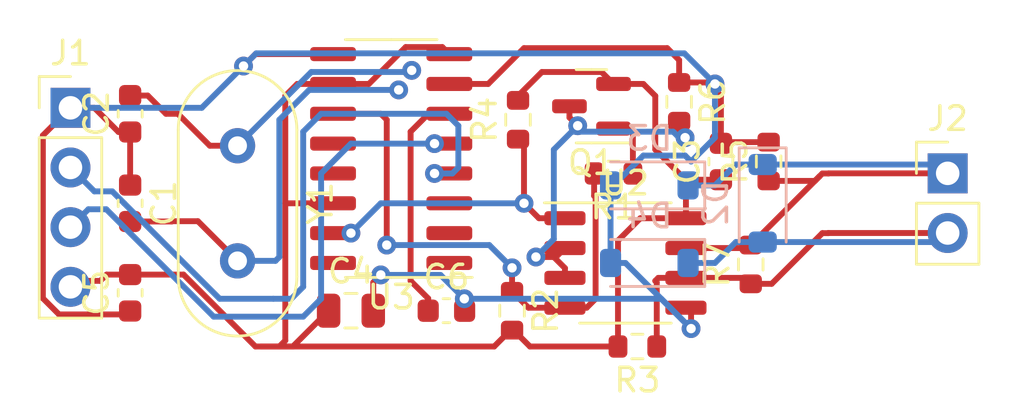
<source format=kicad_pcb>
(kicad_pcb (version 20221018) (generator pcbnew)
  (layers (0 "F.Cu" signal) (31 "B.Cu" signal) (34 "B.Paste" user) (35 "F.Paste" user) (36 "B.SilkS" user "B.Silkscreen") (37 "F.SilkS" user "F.Silkscreen") (38 "B.Mask" user) (39 "F.Mask" user) (44 "Edge.Cuts" user))
  (net 0 "")
  (net 1 "GND")
  (net 2 "Net-(C1-Pad2)")
  (net 3 "Net-(J1-Pin_2)")
  (net 4 "Net-(J1-Pin_3)")
  (net 5 "Net-(U2-RO)")
  (net 12 "Net-(Q1-C)")
  (net 13 "Net-(C2-Pad2)")
  (net 14 "Net-(Q1-B)")
  (net 15 "Net-(U2-DI)")
  (net 16 "+5V")
  (net 17 "Net-(D2-A1)")
  (net 18 "Net-(D2-A2)")
  (net 19 "Net-(U3-D-)")
  (footprint "Resistor_SMD:R_0603_1608Metric" (layer "F.Cu") (at 159.258 84.836 -90)
    (fp_text reference "R6" (at 0 -1.43 90) (layer "F.SilkS"))
    (fp_text value "20K")
    (fp_line (start -0.237258 -0.5225) (end 0.237258 -0.5225) (stroke (width 0.12)) (layer "F.SilkS"))
    (fp_line (start -0.237258 0.5225) (end 0.237258 0.5225) (stroke (width 0.12)) (layer "F.SilkS"))
    (pad "1" smd roundrect (at -0.825 0 270) (size 0.8 0.95) (layers "F.Cu" "F.Paste" "F.Mask") (net 1 "GND"))
    (pad "2" smd roundrect (at 0.825 0 270) (size 0.8 0.95) (layers "F.Cu" "F.Paste" "F.Mask") (net 12 "Net-(Q1-C)"))
  )
  (footprint "Package_SO:SOIC-16_3.9x9.9mm_P1.27mm" (layer "F.Cu") (at 147.001 87.249 180)
    (fp_text reference "U3" (at 0 -5.9) (layer "F.SilkS"))
    (fp_text value "CH340G")
    (fp_line (start 0 -5.06) (end -3.45 -5.06) (stroke (width 0.12)) (layer "F.SilkS"))
    (fp_line (start 0 -5.06) (end 1.95 -5.06) (stroke (width 0.12)) (layer "F.SilkS"))
    (fp_line (start 0 5.06) (end -1.95 5.06) (stroke (width 0.12)) (layer "F.SilkS"))
    (fp_line (start 0 5.06) (end 1.95 5.06) (stroke (width 0.12)) (layer "F.SilkS"))
    (pad "1" smd roundrect (at -2.475 -4.445 180) (size 1.95 0.6) (layers "F.Cu" "F.Paste" "F.Mask"))
    (pad "2" smd roundrect (at -2.475 -3.175 180) (size 1.95 0.6) (layers "F.Cu" "F.Paste" "F.Mask"))
    (pad "3" smd roundrect (at -2.475 -1.905 180) (size 1.95 0.6) (layers "F.Cu" "F.Paste" "F.Mask"))
    (pad "4" smd roundrect (at -2.475 -0.635 180) (size 1.95 0.6) (layers "F.Cu" "F.Paste" "F.Mask") (net 3 "Net-(J1-Pin_2)"))
    (pad "5" smd roundrect (at -2.475 0.635 180) (size 1.95 0.6) (layers "F.Cu" "F.Paste" "F.Mask") (net 4 "Net-(J1-Pin_3)"))
    (pad "6" smd roundrect (at -2.475 1.905 180) (size 1.95 0.6) (layers "F.Cu" "F.Paste" "F.Mask") (net 19 "Net-(U3-D-)"))
    (pad "7" smd roundrect (at -2.475 3.175 180) (size 1.95 0.6) (layers "F.Cu" "F.Paste" "F.Mask") (net 1 "GND"))
    (pad "8" smd roundrect (at -2.475 4.445 180) (size 1.95 0.6) (layers "F.Cu" "F.Paste" "F.Mask") (net 16 "+5V"))
    (pad "9" smd roundrect (at 2.475 4.445 180) (size 1.95 0.6) (layers "F.Cu" "F.Paste" "F.Mask") (net 1 "GND"))
    (pad "10" smd roundrect (at 2.475 3.175 180) (size 1.95 0.6) (layers "F.Cu" "F.Paste" "F.Mask") (net 16 "+5V"))
    (pad "11" smd roundrect (at 2.475 1.905 180) (size 1.95 0.6) (layers "F.Cu" "F.Paste" "F.Mask") (net 15 "Net-(U2-DI)"))
    (pad "12" smd roundrect (at 2.475 0.635 180) (size 1.95 0.6) (layers "F.Cu" "F.Paste" "F.Mask"))
    (pad "13" smd roundrect (at 2.475 -0.635 180) (size 1.95 0.6) (layers "F.Cu" "F.Paste" "F.Mask"))
    (pad "14" smd roundrect (at 2.475 -1.905 180) (size 1.95 0.6) (layers "F.Cu" "F.Paste" "F.Mask") (net 16 "+5V"))
    (pad "15" smd roundrect (at 2.475 -3.175 180) (size 1.95 0.6) (layers "F.Cu" "F.Paste" "F.Mask") (net 5 "Net-(U2-RO)"))
    (pad "16" smd roundrect (at 2.475 -4.445 180) (size 1.95 0.6) (layers "F.Cu" "F.Paste" "F.Mask"))
  )
  (footprint "Resistor_SMD:R_0603_1608Metric" (layer "F.Cu") (at 163.068 87.376 90)
    (fp_text reference "R5" (at 0 -1.43 90) (layer "F.SilkS"))
    (fp_text value "2K2")
    (fp_line (start -0.237258 -0.5225) (end 0.237258 -0.5225) (stroke (width 0.12)) (layer "F.SilkS"))
    (fp_line (start -0.237258 0.5225) (end 0.237258 0.5225) (stroke (width 0.12)) (layer "F.SilkS"))
    (pad "1" smd roundrect (at -0.825 0 90) (size 0.8 0.95) (layers "F.Cu" "F.Paste" "F.Mask") (net 17 "Net-(D2-A1)"))
    (pad "2" smd roundrect (at 0.825 0 90) (size 0.8 0.95) (layers "F.Cu" "F.Paste" "F.Mask") (net 1 "GND"))
  )
  (footprint "Capacitor_SMD:C_0805_2012Metric" (layer "F.Cu") (at 145.288 93.726)
    (fp_text reference "C4" (at 0 -1.68) (layer "F.SilkS"))
    (fp_text value "6.8µF")
    (fp_line (start -0.261252 -0.735) (end 0.261252 -0.735) (stroke (width 0.12)) (layer "F.SilkS"))
    (fp_line (start -0.261252 0.735) (end 0.261252 0.735) (stroke (width 0.12)) (layer "F.SilkS"))
    (pad "1" smd roundrect (at -0.95 0) (size 1 1.45) (layers "F.Cu" "F.Paste" "F.Mask") (net 16 "+5V"))
    (pad "2" smd roundrect (at 0.95 0) (size 1 1.45) (layers "F.Cu" "F.Paste" "F.Mask") (net 1 "GND"))
  )
  (footprint "Capacitor_SMD:C_0603_1608Metric" (layer "F.Cu") (at 135.89 92.964 90)
    (fp_text reference "C5" (at 0 -1.43 90) (layer "F.SilkS"))
    (fp_text value "120nF")
    (fp_line (start -0.14058 -0.51) (end 0.14058 -0.51) (stroke (width 0.12)) (layer "F.SilkS"))
    (fp_line (start -0.14058 0.51) (end 0.14058 0.51) (stroke (width 0.12)) (layer "F.SilkS"))
    (pad "1" smd roundrect (at -0.775 0 90) (size 0.9 0.95) (layers "F.Cu" "F.Paste" "F.Mask") (net 1 "GND"))
    (pad "2" smd roundrect (at 0.775 0 90) (size 0.9 0.95) (layers "F.Cu" "F.Paste" "F.Mask") (net 16 "+5V"))
  )
  (footprint "Connector_PinHeader_2.54mm:PinHeader_1x04_P2.54mm_Vertical" (layer "F.Cu") (at 133.35 85.09)
    (fp_text reference "J1" (at 0 -2.33) (layer "F.SilkS"))
    (fp_text value "USB")
    (fp_line (start -1.33 -1.33) (end 0 -1.33) (stroke (width 0.12)) (layer "F.SilkS"))
    (fp_line (start -1.33 0) (end -1.33 -1.33) (stroke (width 0.12)) (layer "F.SilkS"))
    (fp_line (start -1.33 1.27) (end -1.33 8.95) (stroke (width 0.12)) (layer "F.SilkS"))
    (fp_line (start -1.33 1.27) (end 1.33 1.27) (stroke (width 0.12)) (layer "F.SilkS"))
    (fp_line (start -1.33 8.95) (end 1.33 8.95) (stroke (width 0.12)) (layer "F.SilkS"))
    (fp_line (start 1.33 1.27) (end 1.33 8.95) (stroke (width 0.12)) (layer "F.SilkS"))
    (pad "1" thru_hole rect (at 0 0) (size 1.7 1.7) (drill 1) (layers "*.Cu" "*.Mask") (net 1 "GND"))
    (pad "2" thru_hole oval (at 0 2.54) (size 1.7 1.7) (drill 1) (layers "*.Cu" "*.Mask") (net 3 "Net-(J1-Pin_2)"))
    (pad "3" thru_hole oval (at 0 5.08) (size 1.7 1.7) (drill 1) (layers "*.Cu" "*.Mask") (net 4 "Net-(J1-Pin_3)"))
    (pad "4" thru_hole oval (at 0 7.62) (size 1.7 1.7) (drill 1) (layers "*.Cu" "*.Mask") (net 16 "+5V"))
  )
  (footprint "Capacitor_SMD:C_0603_1608Metric" (layer "F.Cu") (at 161.036 87.376 90)
    (fp_text reference "C3" (at 0 -1.43 90) (layer "F.SilkS"))
    (fp_text value "120nF")
    (fp_line (start -0.14058 -0.51) (end 0.14058 -0.51) (stroke (width 0.12)) (layer "F.SilkS"))
    (fp_line (start -0.14058 0.51) (end 0.14058 0.51) (stroke (width 0.12)) (layer "F.SilkS"))
    (pad "1" smd roundrect (at -0.775 0 90) (size 0.9 0.95) (layers "F.Cu" "F.Paste" "F.Mask") (net 16 "+5V"))
    (pad "2" smd roundrect (at 0.775 0 90) (size 0.9 0.95) (layers "F.Cu" "F.Paste" "F.Mask") (net 1 "GND"))
  )
  (footprint "Resistor_SMD:R_0603_1608Metric" (layer "F.Cu") (at 152.4 85.598 90)
    (fp_text reference "R4" (at 0 -1.43 90) (layer "F.SilkS"))
    (fp_text value "4K7")
    (fp_line (start -0.237258 -0.5225) (end 0.237258 -0.5225) (stroke (width 0.12)) (layer "F.SilkS"))
    (fp_line (start -0.237258 0.5225) (end 0.237258 0.5225) (stroke (width 0.12)) (layer "F.SilkS"))
    (pad "1" smd roundrect (at -0.825 0 90) (size 0.8 0.95) (layers "F.Cu" "F.Paste" "F.Mask") (net 5 "Net-(U2-RO)"))
    (pad "2" smd roundrect (at 0.825 0 90) (size 0.8 0.95) (layers "F.Cu" "F.Paste" "F.Mask") (net 16 "+5V"))
  )
  (footprint "Capacitor_SMD:C_0603_1608Metric" (layer "F.Cu") (at 149.352 93.726)
    (fp_text reference "C6" (at 0 -1.43) (layer "F.SilkS"))
    (fp_text value "39pF")
    (fp_line (start -0.14058 -0.51) (end 0.14058 -0.51) (stroke (width 0.12)) (layer "F.SilkS"))
    (fp_line (start -0.14058 0.51) (end 0.14058 0.51) (stroke (width 0.12)) (layer "F.SilkS"))
    (pad "1" smd roundrect (at -0.775 0) (size 0.9 0.95) (layers "F.Cu" "F.Paste" "F.Mask") (net 19 "Net-(U3-D-)"))
    (pad "2" smd roundrect (at 0.775 0) (size 0.9 0.95) (layers "F.Cu" "F.Paste" "F.Mask") (net 1 "GND"))
  )
  (footprint "Connector_PinHeader_2.54mm:PinHeader_1x02_P2.54mm_Vertical" (layer "F.Cu") (at 170.688 87.879)
    (fp_text reference "J2" (at 0 -2.33) (layer "F.SilkS"))
    (fp_text value "Screws")
    (fp_line (start -1.33 -1.33) (end 0 -1.33) (stroke (width 0.12)) (layer "F.SilkS"))
    (fp_line (start -1.33 0) (end -1.33 -1.33) (stroke (width 0.12)) (layer "F.SilkS"))
    (fp_line (start -1.33 1.27) (end -1.33 3.87) (stroke (width 0.12)) (layer "F.SilkS"))
    (fp_line (start -1.33 1.27) (end 1.33 1.27) (stroke (width 0.12)) (layer "F.SilkS"))
    (fp_line (start -1.33 3.87) (end 1.33 3.87) (stroke (width 0.12)) (layer "F.SilkS"))
    (fp_line (start 1.33 1.27) (end 1.33 3.87) (stroke (width 0.12)) (layer "F.SilkS"))
    (pad "1" thru_hole rect (at 0 0) (size 1.7 1.7) (drill 1) (layers "*.Cu" "*.Mask") (net 17 "Net-(D2-A1)"))
    (pad "2" thru_hole oval (at 0 2.54) (size 1.7 1.7) (drill 1) (layers "*.Cu" "*.Mask") (net 18 "Net-(D2-A2)"))
  )
  (footprint "Capacitor_SMD:C_0603_1608Metric" (layer "F.Cu") (at 135.89 89.154 -90)
    (fp_text reference "C1" (at 0 -1.43 90) (layer "F.SilkS"))
    (fp_text value "C")
    (fp_line (start -0.14058 -0.51) (end 0.14058 -0.51) (stroke (width 0.12)) (layer "F.SilkS"))
    (fp_line (start -0.14058 0.51) (end 0.14058 0.51) (stroke (width 0.12)) (layer "F.SilkS"))
    (pad "1" smd roundrect (at -0.775 0 270) (size 0.9 0.95) (layers "F.Cu" "F.Paste" "F.Mask") (net 1 "GND"))
    (pad "2" smd roundrect (at 0.775 0 270) (size 0.9 0.95) (layers "F.Cu" "F.Paste" "F.Mask") (net 2 "Net-(C1-Pad2)"))
  )
  (footprint "Resistor_SMD:R_0603_1608Metric" (layer "F.Cu") (at 162.306 91.757 90)
    (fp_text reference "R7" (at 0 -1.43 90) (layer "F.SilkS"))
    (fp_text value "R")
    (fp_line (start -0.237258 -0.5225) (end 0.237258 -0.5225) (stroke (width 0.12)) (layer "F.SilkS"))
    (fp_line (start -0.237258 0.5225) (end 0.237258 0.5225) (stroke (width 0.12)) (layer "F.SilkS"))
    (pad "1" smd roundrect (at -0.825 0 90) (size 0.8 0.95) (layers "F.Cu" "F.Paste" "F.Mask") (net 18 "Net-(D2-A2)"))
    (pad "2" smd roundrect (at 0.825 0 90) (size 0.8 0.95) (layers "F.Cu" "F.Paste" "F.Mask") (net 17 "Net-(D2-A1)"))
  )
  (footprint "Crystal:Crystal_HC18-U_Vertical" (layer "F.Cu") (at 140.462 86.704 -90)
    (fp_text reference "Y1" (at 2.45 -3.525 90) (layer "F.SilkS"))
    (fp_text value "12Mhz")
    (fp_line (start -0.675 -2.525) (end 5.575 -2.525) (stroke (width 0.12)) (layer "F.SilkS"))
    (fp_line (start -0.675 2.525) (end 5.575 2.525) (stroke (width 0.12)) (layer "F.SilkS"))
    (fp_arc (start -0.675 2.525) (mid -3.2 0) (end -0.675 -2.525) (stroke (width 0.12)) (layer "F.SilkS"))
    (fp_arc (start 5.575 -2.525) (mid 8.1 0) (end 5.575 2.525) (stroke (width 0.12)) (layer "F.SilkS"))
    (pad "1" thru_hole circle (at 0 0 270) (size 1.5 1.5) (drill 0.8) (layers "*.Cu" "*.Mask") (net 13 "Net-(C2-Pad2)"))
    (pad "2" thru_hole circle (at 4.9 0 270) (size 1.5 1.5) (drill 0.8) (layers "*.Cu" "*.Mask") (net 2 "Net-(C1-Pad2)"))
  )
  (footprint "Capacitor_SMD:C_0603_1608Metric" (layer "F.Cu") (at 135.89 85.344 90)
    (fp_text reference "C2" (at 0 -1.43 90) (layer "F.SilkS"))
    (fp_text value "C")
    (fp_line (start -0.14058 -0.51) (end 0.14058 -0.51) (stroke (width 0.12)) (layer "F.SilkS"))
    (fp_line (start -0.14058 0.51) (end 0.14058 0.51) (stroke (width 0.12)) (layer "F.SilkS"))
    (pad "1" smd roundrect (at -0.775 0 90) (size 0.9 0.95) (layers "F.Cu" "F.Paste" "F.Mask") (net 1 "GND"))
    (pad "2" smd roundrect (at 0.775 0 90) (size 0.9 0.95) (layers "F.Cu" "F.Paste" "F.Mask") (net 13 "Net-(C2-Pad2)"))
  )
  (footprint "Resistor_SMD:R_0603_1608Metric" (layer "F.Cu") (at 157.48 95.25 180)
    (fp_text reference "R3" (at 0 -1.43) (layer "F.SilkS"))
    (fp_text value "2K2")
    (fp_line (start -0.237258 -0.5225) (end 0.237258 -0.5225) (stroke (width 0.12)) (layer "F.SilkS"))
    (fp_line (start -0.237258 0.5225) (end 0.237258 0.5225) (stroke (width 0.12)) (layer "F.SilkS"))
    (pad "1" smd roundrect (at -0.825 0 180) (size 0.8 0.95) (layers "F.Cu" "F.Paste" "F.Mask") (net 18 "Net-(D2-A2)"))
    (pad "2" smd roundrect (at 0.825 0 180) (size 0.8 0.95) (layers "F.Cu" "F.Paste" "F.Mask") (net 16 "+5V"))
  )
  (footprint "Package_TO_SOT_SMD:SOT-23" (layer "F.Cu") (at 155.5265 85.024 180)
    (fp_text reference "Q1" (at 0 -2.4) (layer "F.SilkS"))
    (fp_text value "S9015")
    (fp_line (start 0 -1.56) (end -1.675 -1.56) (stroke (width 0.12)) (layer "F.SilkS"))
    (fp_line (start 0 -1.56) (end 0.65 -1.56) (stroke (width 0.12)) (layer "F.SilkS"))
    (fp_line (start 0 1.56) (end -0.65 1.56) (stroke (width 0.12)) (layer "F.SilkS"))
    (fp_line (start 0 1.56) (end 0.65 1.56) (stroke (width 0.12)) (layer "F.SilkS"))
    (pad "1" smd roundrect (at -0.9375 -0.95 180) (size 1.475 0.6) (layers "F.Cu" "F.Paste" "F.Mask") (net 14 "Net-(Q1-B)"))
    (pad "2" smd roundrect (at -0.9375 0.95 180) (size 1.475 0.6) (layers "F.Cu" "F.Paste" "F.Mask") (net 16 "+5V"))
    (pad "3" smd roundrect (at 0.9375 0 180) (size 1.475 0.6) (layers "F.Cu" "F.Paste" "F.Mask") (net 12 "Net-(Q1-C)"))
  )
  (footprint "Resistor_SMD:R_0603_1608Metric" (layer "F.Cu") (at 156.464 87.884 180)
    (fp_text reference "R1" (at 0 -1.43) (layer "F.SilkS"))
    (fp_text value "7K5")
    (fp_line (start -0.237258 -0.5225) (end 0.237258 -0.5225) (stroke (width 0.12)) (layer "F.SilkS"))
    (fp_line (start -0.237258 0.5225) (end 0.237258 0.5225) (stroke (width 0.12)) (layer "F.SilkS"))
    (pad "1" smd roundrect (at -0.825 0 180) (size 0.8 0.95) (layers "F.Cu" "F.Paste" "F.Mask") (net 14 "Net-(Q1-B)"))
    (pad "2" smd roundrect (at 0.825 0 180) (size 0.8 0.95) (layers "F.Cu" "F.Paste" "F.Mask") (net 15 "Net-(U2-DI)"))
  )
  (footprint "Package_SO:SO-8_3.9x4.9mm_P1.27mm" (layer "F.Cu") (at 156.972 91.694)
    (fp_text reference "U2" (at 0 -3.4) (layer "F.SilkS"))
    (fp_text value "MAX485E")
    (fp_line (start 0 -2.56) (end -3.45 -2.56) (stroke (width 0.12)) (layer "F.SilkS"))
    (fp_line (start 0 -2.56) (end 1.95 -2.56) (stroke (width 0.12)) (layer "F.SilkS"))
    (fp_line (start 0 2.56) (end -1.95 2.56) (stroke (width 0.12)) (layer "F.SilkS"))
    (fp_line (start 0 2.56) (end 1.95 2.56) (stroke (width 0.12)) (layer "F.SilkS"))
    (pad "1" smd roundrect (at -2.575 -1.905) (size 1.75 0.6) (layers "F.Cu" "F.Paste" "F.Mask") (net 5 "Net-(U2-RO)"))
    (pad "2" smd roundrect (at -2.575 -0.635) (size 1.75 0.6) (layers "F.Cu" "F.Paste" "F.Mask") (net 12 "Net-(Q1-C)"))
    (pad "3" smd roundrect (at -2.575 0.635) (size 1.75 0.6) (layers "F.Cu" "F.Paste" "F.Mask") (net 12 "Net-(Q1-C)"))
    (pad "4" smd roundrect (at -2.575 1.905) (size 1.75 0.6) (layers "F.Cu" "F.Paste" "F.Mask") (net 15 "Net-(U2-DI)"))
    (pad "5" smd roundrect (at 2.575 1.905) (size 1.75 0.6) (layers "F.Cu" "F.Paste" "F.Mask") (net 1 "GND"))
    (pad "6" smd roundrect (at 2.575 0.635) (size 1.75 0.6) (layers "F.Cu" "F.Paste" "F.Mask") (net 18 "Net-(D2-A2)"))
    (pad "7" smd roundrect (at 2.575 -0.635) (size 1.75 0.6) (layers "F.Cu" "F.Paste" "F.Mask") (net 17 "Net-(D2-A1)"))
    (pad "8" smd roundrect (at 2.575 -1.905) (size 1.75 0.6) (layers "F.Cu" "F.Paste" "F.Mask") (net 16 "+5V"))
  )
  (footprint "Resistor_SMD:R_0603_1608Metric" (layer "F.Cu") (at 152.146 93.726 -90)
    (fp_text reference "R2" (at 0 -1.43 90) (layer "F.SilkS"))
    (fp_text value "220K")
    (fp_line (start -0.237258 -0.5225) (end 0.237258 -0.5225) (stroke (width 0.12)) (layer "F.SilkS"))
    (fp_line (start -0.237258 0.5225) (end 0.237258 0.5225) (stroke (width 0.12)) (layer "F.SilkS"))
    (pad "1" smd roundrect (at -0.825 0 270) (size 0.8 0.95) (layers "F.Cu" "F.Paste" "F.Mask") (net 15 "Net-(U2-DI)"))
    (pad "2" smd roundrect (at 0.825 0 270) (size 0.8 0.95) (layers "F.Cu" "F.Paste" "F.Mask") (net 16 "+5V"))
  )
  (footprint "Diode_SMD:D_SOD-123" (layer "B.Cu") (at 157.988 91.694 180)
    (fp_text reference "D4" (at 0 2) (layer "B.SilkS") (effects (justify mirror)))
    (fp_text value "SM6T6V8A")
    (fp_line (start -2.36 -1) (end 1.65 -1) (stroke (width 0.12)) (layer "B.SilkS"))
    (fp_line (start -2.36 1) (end -2.36 -1) (stroke (width 0.12)) (layer "B.SilkS"))
    (fp_line (start -2.36 1) (end 1.65 1) (stroke (width 0.12)) (layer "B.SilkS"))
    (pad "1" smd roundrect (at -1.65 0 180) (size 0.9 1.2) (layers "B.Cu" "B.Paste" "B.Mask") (net 18 "Net-(D2-A2)"))
    (pad "2" smd roundrect (at 1.65 0 180) (size 0.9 1.2) (layers "B.Cu" "B.Paste" "B.Mask") (net 1 "GND"))
  )
  (footprint "Diode_SMD:D_SOD-123" (layer "B.Cu") (at 157.988 88.392 180)
    (fp_text reference "D3" (at 0 2) (layer "B.SilkS") (effects (justify mirror)))
    (fp_text value "SM6T6V8A")
    (fp_line (start -2.36 -1) (end 1.65 -1) (stroke (width 0.12)) (layer "B.SilkS"))
    (fp_line (start -2.36 1) (end -2.36 -1) (stroke (width 0.12)) (layer "B.SilkS"))
    (fp_line (start -2.36 1) (end 1.65 1) (stroke (width 0.12)) (layer "B.SilkS"))
    (pad "1" smd roundrect (at -1.65 0 180) (size 0.9 1.2) (layers "B.Cu" "B.Paste" "B.Mask") (net 17 "Net-(D2-A1)"))
    (pad "2" smd roundrect (at 1.65 0 180) (size 0.9 1.2) (layers "B.Cu" "B.Paste" "B.Mask") (net 1 "GND"))
  )
  (footprint "Diode_SMD:D_SOD-123" (layer "B.Cu") (at 162.814 89.154 -90)
    (fp_text reference "D2" (at 0 2 90) (layer "B.SilkS") (effects (justify mirror)))
    (fp_text value "SM6T6V8A")
    (fp_line (start -2.36 -1) (end 1.65 -1) (stroke (width 0.12)) (layer "B.SilkS"))
    (fp_line (start -2.36 1) (end -2.36 -1) (stroke (width 0.12)) (layer "B.SilkS"))
    (fp_line (start -2.36 1) (end 1.65 1) (stroke (width 0.12)) (layer "B.SilkS"))
    (pad "1" smd roundrect (at -1.65 0 270) (size 0.9 1.2) (layers "B.Cu" "B.Paste" "B.Mask") (net 17 "Net-(D2-A1)"))
    (pad "2" smd roundrect (at 1.65 0 270) (size 0.9 1.2) (layers "B.Cu" "B.Paste" "B.Mask") (net 18 "Net-(D2-A2)"))
  )
  (segment (start 158.75 82.55) (end 159.258 83.058) (width 0.25) (layer "F.Cu") (net 1))
  (segment (start 133.35 85.09) (end 134.366 85.09) (width 0.25) (layer "F.Cu") (net 1))
  (segment (start 159.766 94.488) (end 159.766 93.818) (width 0.25) (layer "F.Cu") (net 1))
  (segment (start 141.224 82.804) (end 140.716 83.312) (width 0.25) (layer "F.Cu") (net 1))
  (segment (start 163.068 86.551) (end 161.086 86.551) (width 0.25) (layer "F.Cu") (net 1))
  (segment (start 159.766 93.818) (end 159.547 93.599) (width 0.25) (layer "F.Cu") (net 1))
  (segment (start 149.541 84.201) (end 148.717 84.201) (width 0.25) (layer "F.Cu") (net 1))
  (segment (start 135.89 88.379) (end 135.89 86.119) (width 0.25) (layer "F.Cu") (net 1))
  (segment (start 132.863299 93.885) (end 132.175 93.196701) (width 0.25) (layer "F.Cu") (net 1))
  (segment (start 159.258 84.011) (end 160.465 84.011) (width 0.25) (layer "F.Cu") (net 1))
  (segment (start 144.526 82.804) (end 141.224 82.804) (width 0.25) (layer "F.Cu") (net 1))
  (segment (start 132.175 86.265) (end 133.35 85.09) (width 0.25) (layer "F.Cu") (net 1))
  (segment (start 150.127 93.231) (end 150.114 93.218) (width 0.25) (layer "F.Cu") (net 1))
  (segment (start 151.13 84.074) (end 152.654 82.55) (width 0.25) (layer "F.Cu") (net 1))
  (segment (start 135.395 86.119) (end 135.89 86.119) (width 0.25) (layer "F.Cu") (net 1))
  (segment (start 149.476 84.074) (end 151.13 84.074) (width 0.25) (layer "F.Cu") (net 1))
  (segment (start 161.036 84.582) (end 161.036 86.601) (width 0.25) (layer "F.Cu") (net 1))
  (segment (start 150.127 93.726) (end 150.127 93.231) (width 0.25) (layer "F.Cu") (net 1))
  (segment (start 146.238 92.522) (end 146.558 92.202) (width 0.25) (layer "F.Cu") (net 1))
  (segment (start 146.238 93.726) (end 146.238 92.522) (width 0.25) (layer "F.Cu") (net 1))
  (segment (start 152.654 82.55) (end 158.75 82.55) (width 0.25) (layer "F.Cu") (net 1))
  (segment (start 135.89 93.739) (end 135.744 93.885) (width 0.25) (layer "F.Cu") (net 1))
  (segment (start 159.258 83.058) (end 159.258 84.011) (width 0.25) (layer "F.Cu") (net 1))
  (segment (start 135.744 93.885) (end 132.863299 93.885) (width 0.25) (layer "F.Cu") (net 1))
  (segment (start 160.465 84.011) (end 161.036 84.582) (width 0.25) (layer "F.Cu") (net 1))
  (segment (start 161.086 86.551) (end 161.036 86.601) (width 0.25) (layer "F.Cu") (net 1))
  (segment (start 134.366 85.09) (end 135.395 86.119) (width 0.25) (layer "F.Cu") (net 1))
  (segment (start 132.175 93.196701) (end 132.175 86.265) (width 0.25) (layer "F.Cu") (net 1))
  (via (at 140.716 83.312) (size 0.8) (drill 0.4) (layers "F.Cu" "B.Cu") (net 1))
  (via (at 146.558 92.202) (size 0.8) (drill 0.4) (layers "F.Cu" "B.Cu") (net 1))
  (via (at 150.114 93.218) (size 0.8) (drill 0.4) (layers "F.Cu" "B.Cu") (net 1))
  (via (at 159.766 94.488) (size 0.8) (drill 0.4) (layers "F.Cu" "B.Cu") (net 1))
  (via (at 160.782 84.074) (size 0.8) (drill 0.4) (layers "F.Cu" "B.Cu") (net 1))
  (segment (start 141.257052 82.770948) (end 159.478948 82.770948) (width 0.25) (layer "B.Cu") (net 1))
  (segment (start 156.338 88.392) (end 156.464 88.392) (width 0.25) (layer "B.Cu") (net 1))
  (segment (start 156.338 88.392) (end 156.338 91.694) (width 0.25) (layer "B.Cu") (net 1))
  (segment (start 138.938 85.09) (end 141.257052 82.770948) (width 0.25) (layer "B.Cu") (net 1))
  (segment (start 160.782 86.36) (end 160.782 84.074) (width 0.25) (layer "B.Cu") (net 1))
  (segment (start 150.114 93.218) (end 158.496 93.218) (width 0.25) (layer "B.Cu") (net 1))
  (segment (start 156.464 88.392) (end 157.734 87.122) (width 0.25) (layer "B.Cu") (net 1))
  (segment (start 159.478948 82.770948) (end 160.782 84.074) (width 0.25) (layer "B.Cu") (net 1))
  (segment (start 159.512 87.122) (end 159.766 87.376) (width 0.25) (layer "B.Cu") (net 1))
  (segment (start 158.496 93.218) (end 159.766 94.488) (width 0.25) (layer "B.Cu") (net 1))
  (segment (start 146.558 92.202) (end 149.098 92.202) (width 0.25) (layer "B.Cu") (net 1))
  (segment (start 156.338 91.694) (end 156.972 91.694) (width 0.25) (layer "B.Cu") (net 1))
  (segment (start 159.766 87.376) (end 160.782 86.36) (width 0.25) (layer "B.Cu") (net 1))
  (segment (start 133.35 85.09) (end 138.938 85.09) (width 0.25) (layer "B.Cu") (net 1))
  (segment (start 156.972 91.694) (end 159.766 94.488) (width 0.25) (layer "B.Cu") (net 1))
  (segment (start 157.734 87.122) (end 159.512 87.122) (width 0.25) (layer "B.Cu") (net 1))
  (segment (start 149.098 92.202) (end 150.114 93.218) (width 0.25) (layer "B.Cu") (net 1))
  (segment (start 137.668 89.916) (end 137.655 89.929) (width 0.25) (layer "F.Cu") (net 2))
  (segment (start 138.774 89.916) (end 137.668 89.916) (width 0.25) (layer "F.Cu") (net 2))
  (segment (start 137.655 89.929) (end 135.89 89.929) (width 0.25) (layer "F.Cu") (net 2))
  (segment (start 140.462 91.604) (end 138.774 89.916) (width 0.25) (layer "F.Cu") (net 2))
  (via (at 147.32 84.328) (size 0.8) (drill 0.4) (layers "F.Cu" "B.Cu") (net 2))
  (segment (start 142.076 91.604) (end 142.24 91.44) (width 0.25) (layer "B.Cu") (net 2))
  (segment (start 140.462 91.604) (end 142.076 91.604) (width 0.25) (layer "B.Cu") (net 2))
  (segment (start 142.24 91.44) (end 142.24 85.598) (width 0.25) (layer "B.Cu") (net 2))
  (segment (start 142.24 85.598) (end 143.51 84.328) (width 0.25) (layer "B.Cu") (net 2))
  (segment (start 143.51 84.328) (end 147.32 84.328) (width 0.25) (layer "B.Cu") (net 2))
  (via (at 148.844 87.884) (size 0.8) (drill 0.4) (layers "F.Cu" "B.Cu") (net 3))
  (segment (start 133.35 87.63) (end 134.366 88.646) (width 0.25) (layer "B.Cu") (net 3))
  (segment (start 134.366 88.646) (end 135.128 88.646) (width 0.25) (layer "B.Cu") (net 3))
  (segment (start 144.018 85.344) (end 149.352 85.344) (width 0.25) (layer "B.Cu") (net 3))
  (segment (start 142.748 93.218) (end 143.256 92.71) (width 0.25) (layer "B.Cu") (net 3))
  (segment (start 139.7 93.218) (end 141.986 93.218) (width 0.25) (layer "B.Cu") (net 3))
  (segment (start 149.352 85.344) (end 149.86 85.852) (width 0.25) (layer "B.Cu") (net 3))
  (segment (start 135.636 89.154) (end 139.7 93.218) (width 0.25) (layer "B.Cu") (net 3))
  (segment (start 149.86 87.63) (end 149.606 87.884) (width 0.25) (layer "B.Cu") (net 3))
  (segment (start 143.256 86.106) (end 144.018 85.344) (width 0.25) (layer "B.Cu") (net 3))
  (segment (start 141.986 93.218) (end 142.748 93.218) (width 0.25) (layer "B.Cu") (net 3))
  (segment (start 135.128 88.646) (end 135.636 89.154) (width 0.25) (layer "B.Cu") (net 3))
  (segment (start 143.256 92.71) (end 143.256 86.106) (width 0.25) (layer "B.Cu") (net 3))
  (segment (start 149.606 87.884) (end 149.352 87.884) (width 0.25) (layer "B.Cu") (net 3))
  (segment (start 149.352 87.884) (end 148.844 87.884) (width 0.25) (layer "B.Cu") (net 3))
  (segment (start 149.86 85.852) (end 149.86 87.63) (width 0.25) (layer "B.Cu") (net 3))
  (segment (start 148.844 86.614) (end 149.476 86.614) (width 0.25) (layer "F.Cu") (net 4))
  (via (at 148.844 86.614) (size 0.8) (drill 0.4) (layers "F.Cu" "B.Cu") (net 4))
  (segment (start 144.018 93.218) (end 144.018 87.884) (width 0.25) (layer "B.Cu") (net 4))
  (segment (start 139.446 93.98) (end 143.256 93.98) (width 0.25) (layer "B.Cu") (net 4))
  (segment (start 144.018 87.884) (end 145.288 86.614) (width 0.25) (layer "B.Cu") (net 4))
  (segment (start 133.35 90.17) (end 134.112 89.408) (width 0.25) (layer "B.Cu") (net 4))
  (segment (start 134.874 89.408) (end 139.446 93.98) (width 0.25) (layer "B.Cu") (net 4))
  (segment (start 143.256 93.98) (end 144.018 93.218) (width 0.25) (layer "B.Cu") (net 4))
  (segment (start 145.288 86.614) (end 147.828 86.614) (width 0.25) (layer "B.Cu") (net 4))
  (segment (start 147.828 86.614) (end 148.844 86.614) (width 0.25) (layer "B.Cu") (net 4))
  (segment (start 134.112 89.408) (end 134.874 89.408) (width 0.25) (layer "B.Cu") (net 4))
  (segment (start 153.289 89.789) (end 152.654 89.154) (width 0.25) (layer "F.Cu") (net 5))
  (segment (start 152.654 89.154) (end 152.654 86.677) (width 0.25) (layer "F.Cu") (net 5))
  (segment (start 152.654 86.677) (end 152.4 86.423) (width 0.25) (layer "F.Cu") (net 5))
  (segment (start 154.397 89.789) (end 153.289 89.789) (width 0.25) (layer "F.Cu") (net 5))
  (segment (start 144.526 90.424) (end 145.288 90.424) (width 0.25) (layer "F.Cu") (net 5))
  (via (at 145.288 90.424) (size 0.8) (drill 0.4) (layers "F.Cu" "B.Cu") (net 5))
  (via (at 152.654 89.154) (size 0.8) (drill 0.4) (layers "F.Cu" "B.Cu") (net 5))
  (segment (start 152.654 89.154) (end 146.558 89.154) (width 0.25) (layer "B.Cu") (net 5))
  (segment (start 146.558 89.154) (end 145.288 90.424) (width 0.25) (layer "B.Cu") (net 5))
  (segment (start 154.397 92.329) (end 154.397 91.913) (width 0.25) (layer "F.Cu") (net 12))
  (segment (start 159.258 86.106) (end 159.258 85.661) (width 0.25) (layer "F.Cu") (net 12))
  (segment (start 154.589 85.024) (end 154.589 85.501) (width 0.25) (layer "F.Cu") (net 12))
  (segment (start 154.016 91.44) (end 153.924 91.44) (width 0.25) (layer "F.Cu") (net 12))
  (segment (start 154.397 91.913) (end 153.924 91.44) (width 0.25) (layer "F.Cu") (net 12))
  (segment (start 159.512 86.36) (end 159.258 86.106) (width 0.25) (layer "F.Cu") (net 12))
  (segment (start 153.924 91.44) (end 153.162 91.44) (width 0.25) (layer "F.Cu") (net 12))
  (segment (start 154.397 91.059) (end 154.016 91.44) (width 0.25) (layer "F.Cu") (net 12))
  (segment (start 154.589 85.501) (end 154.94 85.852) (width 0.25) (layer "F.Cu") (net 12))
  (via (at 154.94 85.852) (size 0.8) (drill 0.4) (layers "F.Cu" "B.Cu") (net 12))
  (via (at 153.162 91.44) (size 0.8) (drill 0.4) (layers "F.Cu" "B.Cu") (net 12))
  (via (at 159.512 86.36) (size 0.8) (drill 0.4) (layers "F.Cu" "B.Cu") (net 12))
  (segment (start 159.258 86.36) (end 159.004 86.106) (width 0.25) (layer "B.Cu") (net 12))
  (segment (start 153.924 86.868) (end 154.686 86.106) (width 0.25) (layer "B.Cu") (net 12))
  (segment (start 153.924 90.678) (end 153.924 86.868) (width 0.25) (layer "B.Cu") (net 12))
  (segment (start 154.94 85.852) (end 154.686 86.106) (width 0.25) (layer "B.Cu") (net 12))
  (segment (start 153.162 91.44) (end 153.924 90.678) (width 0.25) (layer "B.Cu") (net 12))
  (segment (start 159.004 86.106) (end 154.686 86.106) (width 0.25) (layer "B.Cu") (net 12))
  (segment (start 159.512 86.36) (end 159.258 86.36) (width 0.25) (layer "B.Cu") (net 12))
  (segment (start 136.639 84.569) (end 137.414 85.344) (width 0.25) (layer "F.Cu") (net 13))
  (segment (start 135.89 84.569) (end 136.639 84.569) (width 0.25) (layer "F.Cu") (net 13))
  (segment (start 137.922 85.344) (end 139.282 86.704) (width 0.25) (layer "F.Cu") (net 13))
  (segment (start 137.414 85.344) (end 137.922 85.344) (width 0.25) (layer "F.Cu") (net 13))
  (segment (start 139.282 86.704) (end 140.462 86.704) (width 0.25) (layer "F.Cu") (net 13))
  (via (at 147.874701 83.495948) (size 0.8) (drill 0.4) (layers "F.Cu" "B.Cu") (net 13))
  (segment (start 147.874701 83.495948) (end 147.804649 83.566) (width 0.25) (layer "B.Cu") (net 13))
  (segment (start 147.804649 83.566) (end 143.6 83.566) (width 0.25) (layer "B.Cu") (net 13))
  (segment (start 143.6 83.566) (end 140.462 86.704) (width 0.25) (layer "B.Cu") (net 13))
  (segment (start 156.464 85.974) (end 157.094 85.974) (width 0.25) (layer "F.Cu") (net 14))
  (segment (start 157.289 86.169) (end 157.289 87.884) (width 0.25) (layer "F.Cu") (net 14))
  (segment (start 157.094 85.974) (end 157.289 86.169) (width 0.25) (layer "F.Cu") (net 14))
  (segment (start 155.639 88.837) (end 155.639 87.884) (width 0.25) (layer "F.Cu") (net 15))
  (segment (start 144.526 85.344) (end 146.558 85.344) (width 0.25) (layer "F.Cu") (net 15))
  (segment (start 152.146 91.901) (end 152.146 92.901) (width 0.25) (layer "F.Cu") (net 15))
  (segment (start 155.321 93.599) (end 155.702 93.218) (width 0.25) (layer "F.Cu") (net 15))
  (segment (start 155.702 88.9) (end 155.639 88.837) (width 0.25) (layer "F.Cu") (net 15))
  (segment (start 155.702 93.218) (end 155.702 88.9) (width 0.25) (layer "F.Cu") (net 15))
  (segment (start 154.397 93.599) (end 155.321 93.599) (width 0.25) (layer "F.Cu") (net 15))
  (segment (start 152.146 92.901) (end 152.844 93.599) (width 0.25) (layer "F.Cu") (net 15))
  (segment (start 146.558 85.344) (end 146.812 85.598) (width 0.25) (layer "F.Cu") (net 15))
  (segment (start 152.844 93.599) (end 154.397 93.599) (width 0.25) (layer "F.Cu") (net 15))
  (segment (start 146.812 85.598) (end 146.812 90.932) (width 0.25) (layer "F.Cu") (net 15))
  (via (at 146.812 90.932) (size 0.8) (drill 0.4) (layers "F.Cu" "B.Cu") (net 15))
  (via (at 152.146 91.901) (size 0.8) (drill 0.4) (layers "F.Cu" "B.Cu") (net 15))
  (segment (start 151.177 90.932) (end 152.146 91.901) (width 0.25) (layer "B.Cu") (net 15))
  (segment (start 146.812 90.932) (end 151.177 90.932) (width 0.25) (layer "B.Cu") (net 15))
  (segment (start 138.163 92.189) (end 135.89 92.189) (width 0.25) (layer "F.Cu") (net 16))
  (segment (start 141.478 95.25) (end 141.224 95.25) (width 0.25) (layer "F.Cu") (net 16))
  (segment (start 155.956 83.566) (end 156.464 84.074) (width 0.25) (layer "F.Cu") (net 16))
  (segment (start 149.476 82.804) (end 149.176001 82.504001) (width 0.25) (layer "F.Cu") (net 16))
  (segment (start 152.4 84.773) (end 152.4 84.582) (width 0.25) (layer "F.Cu") (net 16))
  (segment (start 158.242 84.582) (end 158.242 86.868) (width 0.25) (layer "F.Cu") (net 16))
  (segment (start 143.002 84.074) (end 142.494 84.582) (width 0.25) (layer "F.Cu") (net 16))
  (segment (start 142.494 84.582) (end 142.494 89.154) (width 0.25) (layer "F.Cu") (net 16))
  (segment (start 159.569 88.151) (end 159.547 88.173) (width 0.25) (layer "F.Cu") (net 16))
  (segment (start 152.4 84.582) (end 153.416 83.566) (width 0.25) (layer "F.Cu") (net 16))
  (segment (start 134.887 92.189) (end 135.89 92.189) (width 0.25) (layer "F.Cu") (net 16))
  (segment (start 159.547 89.789) (end 157.607 89.789) (width 0.25) (layer "F.Cu") (net 16))
  (segment (start 142.814 95.25) (end 142.24 95.25) (width 0.25) (layer "F.Cu") (net 16))
  (segment (start 146.05 84.074) (end 144.526 84.074) (width 0.25) (layer "F.Cu") (net 16))
  (segment (start 142.24 95.25) (end 141.478 95.25) (width 0.25) (layer "F.Cu") (net 16))
  (segment (start 134.62 92.456) (end 134.887 92.189) (width 0.25) (layer "F.Cu") (net 16))
  (segment (start 133.604 92.456) (end 134.62 92.456) (width 0.25) (layer "F.Cu") (net 16))
  (segment (start 161.036 88.151) (end 159.569 88.151) (width 0.25) (layer "F.Cu") (net 16))
  (segment (start 152.083 94.551) (end 151.384 95.25) (width 0.25) (layer "F.Cu") (net 16))
  (segment (start 156.464 84.074) (end 157.734 84.074) (width 0.25) (layer "F.Cu") (net 16))
  (segment (start 142.494 94.996) (end 142.24 95.25) (width 0.25) (layer "F.Cu") (net 16))
  (segment (start 152.209 94.551) (end 152.908 95.25) (width 0.25) (layer "F.Cu") (net 16))
  (segment (start 141.224 95.25) (end 138.163 92.189) (width 0.25) (layer "F.Cu") (net 16))
  (segment (start 144.526 84.074) (end 143.002 84.074) (width 0.25) (layer "F.Cu") (net 16))
  (segment (start 157.607 89.789) (end 156.655 90.741) (width 0.25) (layer "F.Cu") (net 16))
  (segment (start 153.416 83.566) (end 155.956 83.566) (width 0.25) (layer "F.Cu") (net 16))
  (segment (start 133.35 92.71) (end 133.604 92.456) (width 0.25) (layer "F.Cu") (net 16))
  (segment (start 149.176001 82.504001) (end 147.619999 82.504001) (width 0.25) (layer "F.Cu") (net 16))
  (segment (start 144.338 93.726) (end 142.814 95.25) (width 0.25) (layer "F.Cu") (net 16))
  (segment (start 152.146 94.551) (end 152.209 94.551) (width 0.25) (layer "F.Cu") (net 16))
  (segment (start 147.619999 82.504001) (end 146.05 84.074) (width 0.25) (layer "F.Cu") (net 16))
  (segment (start 142.494 89.154) (end 142.494 94.996) (width 0.25) (layer "F.Cu") (net 16))
  (segment (start 152.908 95.25) (end 156.655 95.25) (width 0.25) (layer "F.Cu") (net 16))
  (segment (start 156.655 90.741) (end 156.655 95.25) (width 0.25) (layer "F.Cu") (net 16))
  (segment (start 158.242 86.868) (end 159.547 88.173) (width 0.25) (layer "F.Cu") (net 16))
  (segment (start 151.384 95.25) (end 141.478 95.25) (width 0.25) (layer "F.Cu") (net 16))
  (segment (start 157.734 84.074) (end 158.242 84.582) (width 0.25) (layer "F.Cu") (net 16))
  (segment (start 144.526 89.154) (end 142.494 89.154) (width 0.25) (layer "F.Cu") (net 16))
  (segment (start 152.146 94.551) (end 152.083 94.551) (width 0.25) (layer "F.Cu") (net 16))
  (segment (start 159.547 88.173) (end 159.547 89.789) (width 0.25) (layer "F.Cu") (net 16))
  (segment (start 165.608 87.884) (end 165.613 87.879) (width 0.25) (layer "F.Cu") (net 17))
  (segment (start 165.037 88.201) (end 165.227 88.011) (width 0.25) (layer "F.Cu") (net 17))
  (segment (start 165.613 87.879) (end 170.688 87.879) (width 0.25) (layer "F.Cu") (net 17))
  (segment (start 165.227 88.011) (end 165.354 87.884) (width 0.25) (layer "F.Cu") (net 17))
  (segment (start 159.547 91.059) (end 162.179 91.059) (width 0.25) (layer "F.Cu") (net 17))
  (segment (start 162.306 90.932) (end 165.227 88.011) (width 0.25) (layer "F.Cu") (net 17))
  (segment (start 163.068 88.201) (end 165.037 88.201) (width 0.25) (layer "F.Cu") (net 17))
  (segment (start 165.354 87.884) (end 165.608 87.884) (width 0.25) (layer "F.Cu") (net 17))
  (segment (start 162.179 91.059) (end 162.306 90.932) (width 0.25) (layer "F.Cu") (net 17))
  (segment (start 162.814 87.504) (end 170.313 87.504) (width 0.25) (layer "B.Cu") (net 17))
  (segment (start 161.67 87.504) (end 162.814 87.504) (width 0.25) (layer "B.Cu") (net 17))
  (segment (start 170.313 87.504) (end 170.688 87.879) (width 0.25) (layer "B.Cu") (net 17))
  (segment (start 160.782 88.392) (end 161.67 87.504) (width 0.25) (layer "B.Cu") (net 17))
  (segment (start 159.638 88.392) (end 160.782 88.392) (width 0.25) (layer "B.Cu") (net 17))
  (segment (start 158.369 92.329) (end 158.242 92.456) (width 0.25) (layer "F.Cu") (net 18))
  (segment (start 159.547 92.329) (end 158.369 92.329) (width 0.25) (layer "F.Cu") (net 18))
  (segment (start 162.306 92.582) (end 163.196 92.582) (width 0.25) (layer "F.Cu") (net 18))
  (segment (start 165.613 90.419) (end 170.688 90.419) (width 0.25) (layer "F.Cu") (net 18))
  (segment (start 165.354 90.424) (end 165.608 90.424) (width 0.25) (layer "F.Cu") (net 18))
  (segment (start 162.053 92.329) (end 162.306 92.582) (width 0.25) (layer "F.Cu") (net 18))
  (segment (start 163.196 92.582) (end 165.354 90.424) (width 0.25) (layer "F.Cu") (net 18))
  (segment (start 158.242 92.456) (end 158.305 92.519) (width 0.25) (layer "F.Cu") (net 18))
  (segment (start 158.305 92.519) (end 158.305 95.25) (width 0.25) (layer "F.Cu") (net 18))
  (segment (start 165.608 90.424) (end 165.613 90.419) (width 0.25) (layer "F.Cu") (net 18))
  (segment (start 159.547 92.329) (end 162.053 92.329) (width 0.25) (layer "F.Cu") (net 18))
  (segment (start 160.782 91.694) (end 161.672 90.804) (width 0.25) (layer "B.Cu") (net 18))
  (segment (start 162.814 90.804) (end 170.303 90.804) (width 0.25) (layer "B.Cu") (net 18))
  (segment (start 161.672 90.804) (end 162.814 90.804) (width 0.25) (layer "B.Cu") (net 18))
  (segment (start 159.638 91.694) (end 160.782 91.694) (width 0.25) (layer "B.Cu") (net 18))
  (segment (start 170.303 90.804) (end 170.688 90.419) (width 0.25) (layer "B.Cu") (net 18))
  (segment (start 149.476 85.344) (end 148.59 85.344) (width 0.25) (layer "F.Cu") (net 19))
  (segment (start 147.828 86.106) (end 147.828 92.456) (width 0.25) (layer "F.Cu") (net 19))
  (segment (start 148.59 85.344) (end 147.828 86.106) (width 0.25) (layer "F.Cu") (net 19))
  (segment (start 147.828 92.456) (end 148.577 93.205) (width 0.25) (layer "F.Cu") (net 19))
  (segment (start 148.577 93.205) (end 148.577 93.726) (width 0.25) (layer "F.Cu") (net 19))
)
</source>
